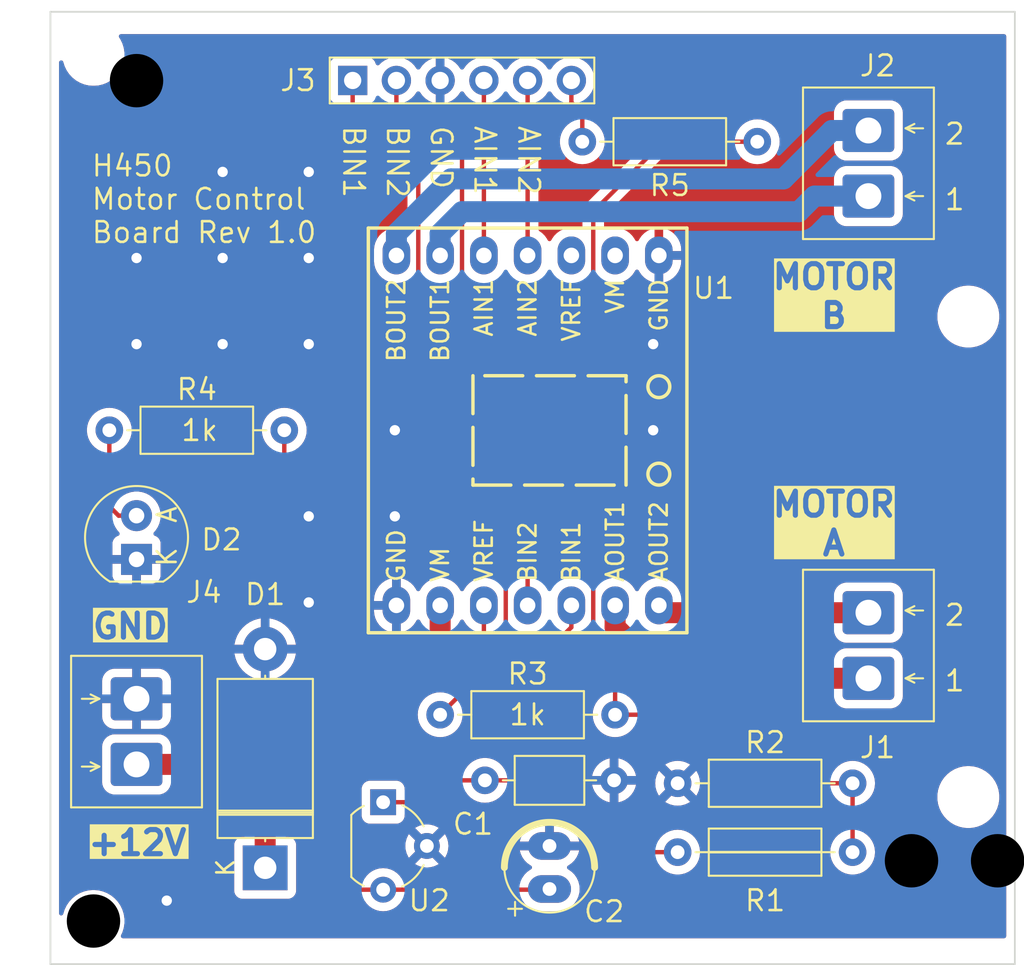
<source format=kicad_pcb>
(kicad_pcb (version 20221018) (generator pcbnew)
  (layers (0 "F.Cu" signal) (31 "B.Cu" signal) (34 "B.Paste" user) (35 "F.Paste" user) (36 "B.SilkS" user "B.Silkscreen") (37 "F.SilkS" user "F.Silkscreen") (38 "B.Mask" user) (39 "F.Mask" user) (44 "Edge.Cuts" user))
  (net 0 "")
  (net 1 "/5V")
  (net 2 "0V")
  (net 3 "VM")
  (net 4 "Net-(D2-A)")
  (net 5 "Net-(J1-Pin_1)")
  (net 6 "Net-(J1-Pin_2)")
  (net 7 "Net-(J2-Pin_1)")
  (net 8 "Net-(J2-Pin_2)")
  (net 9 "/BIN1")
  (net 10 "/BIN2")
  (net 11 "/AIN1")
  (net 12 "/AIN2")
  (net 13 "Net-(R1-Pad1)")
  (net 14 "/VREF")
  (net 17 "Net-(J3-Pin_6)")
  (footprint "Resistor_THT:R_Axial_DIN0207_L6.3mm_D2.5mm_P10.16mm_Horizontal" (layer "F.Cu") (at 68.42 80)
    (fp_text reference "R4" (at 5.08 -2.37) (layer "F.SilkS") (effects (font (size 1.2 1.2))))
    (fp_text value "1k")
    (fp_line (start 1.04 0) (end 1.81 0) (stroke (width 0.12)) (layer "F.SilkS"))
    (fp_line (start 1.81 -1.37) (end 1.81 1.37) (stroke (width 0.12)) (layer "F.SilkS"))
    (fp_line (start 1.81 1.37) (end 8.35 1.37) (stroke (width 0.12)) (layer "F.SilkS"))
    (fp_line (start 8.35 -1.37) (end 1.81 -1.37) (stroke (width 0.12)) (layer "F.SilkS"))
    (fp_line (start 8.35 1.37) (end 8.35 -1.37) (stroke (width 0.12)) (layer "F.SilkS"))
    (fp_line (start 9.12 0) (end 8.35 0) (stroke (width 0.12)) (layer "F.SilkS"))
    (pad "1" thru_hole circle (at 0 0) (size 1.6 1.6) (drill 0.8) (layers "*.Cu" "*.Mask") (net 4 "Net-(D2-A)"))
    (pad "2" thru_hole oval (at 10.16 0) (size 1.6 1.6) (drill 0.8) (layers "*.Cu" "*.Mask") (net 3 "VM"))
  )
  (footprint "User Global Library:TerminalBlock_2way-3.5-3.81mm" (layer "F.Cu") (at 70 97.5 -90)
    (fp_text reference "J4" (at -8.092 -3.914 unlocked) (layer "F.SilkS") (effects (font (size 1.2 1.2))))
    (fp_text value "12V_IN")
    (fp_line (start -4.4 -3.8) (end -4.4 3.8) (stroke (width 0.12)) (layer "F.SilkS"))
    (fp_line (start -4.4 -3.8) (end 4.4 -3.8) (stroke (width 0.12)) (layer "F.SilkS"))
    (fp_line (start -4.4 3.8) (end 4.4 3.8) (stroke (width 0.12)) (layer "F.SilkS"))
    (fp_line (start -1.905 2.159) (end -2.159 2.667) (stroke (width 0.12)) (layer "F.SilkS"))
    (fp_line (start -1.905 2.159) (end -1.651 2.667) (stroke (width 0.12)) (layer "F.SilkS"))
    (fp_line (start -1.905 3.175) (end -1.905 2.159) (stroke (width 0.12)) (layer "F.SilkS"))
    (fp_line (start 2.032 2.159) (end 1.778 2.667) (stroke (width 0.12)) (layer "F.SilkS"))
    (fp_line (start 2.032 2.159) (end 2.286 2.667) (stroke (width 0.12)) (layer "F.SilkS"))
    (fp_line (start 2.032 3.175) (end 2.032 2.159) (stroke (width 0.12)) (layer "F.SilkS"))
    (fp_line (start 4.4 -3.8) (end 4.4 3.8) (stroke (width 0.12)) (layer "F.SilkS"))
    (pad "1" thru_hole roundrect (at -1.905 0 270) (size 2.5 3) (drill 1.5) (layers "*.Cu" "*.Mask") (roundrect_rratio 0.1) (net 2 "0V"))
    (pad "2" thru_hole roundrect (at 1.905 0 270) (size 2.5 3) (drill 1.5) (layers "*.Cu" "*.Mask") (roundrect_rratio 0.1) (net 3 "VM"))
  )
  (footprint "User Global Library:LED_5mm" (layer "F.Cu") (at 70 87.5 90)
    (fp_text reference "D2" (at 1.14 4.93 180) (layer "F.SilkS") (effects (font (size 1.2 1.2))))
    (fp_text value "LED")
    (fp_text user "A" (at 2.032 2.413 90 unlocked) (layer "F.SilkS") (effects (font (size 1.1 1.1)) (justify left bottom)))
    (fp_text user "K" (at -0.508 2.413 90 unlocked) (layer "F.SilkS") (effects (font (size 1.1 1.1)) (justify left bottom)))
    (fp_line (start -1.29 -1.545) (end -1.29 1.545) (stroke (width 0.12)) (layer "F.SilkS"))
    (fp_arc (start -1.29 -1.54483) (mid 2.072002 -2.880433) (end 4.26 0.000462) (stroke (width 0.12)) (layer "F.SilkS"))
    (fp_arc (start 4.26 -0.000462) (mid 2.072002 2.880433) (end -1.29 1.54483) (stroke (width 0.12)) (layer "F.SilkS"))
    (pad "1" thru_hole rect (at 0 0 90) (size 1.8 1.8) (drill 0.9) (layers "*.Cu" "*.Mask") (net 2 "0V"))
    (pad "2" thru_hole circle (at 2.54 0 90) (size 1.8 1.8) (drill 0.9) (layers "*.Cu" "*.Mask") (net 4 "Net-(D2-A)"))
  )
  (footprint "Resistor_THT:R_Axial_DIN0207_L6.3mm_D2.5mm_P10.16mm_Horizontal" (layer "F.Cu") (at 106.045 63.246 180)
    (fp_text reference "R5" (at 5.08 -2.54) (layer "F.SilkS") (effects (font (size 1.2 1.2))))
    (fp_text value "Do Not Fit")
    (fp_line (start 1.04 0) (end 1.81 0) (stroke (width 0.12)) (layer "F.SilkS"))
    (fp_line (start 1.81 -1.37) (end 1.81 1.37) (stroke (width 0.12)) (layer "F.SilkS"))
    (fp_line (start 1.81 1.37) (end 8.35 1.37) (stroke (width 0.12)) (layer "F.SilkS"))
    (fp_line (start 8.35 -1.37) (end 1.81 -1.37) (stroke (width 0.12)) (layer "F.SilkS"))
    (fp_line (start 8.35 1.37) (end 8.35 -1.37) (stroke (width 0.12)) (layer "F.SilkS"))
    (fp_line (start 9.12 0) (end 8.35 0) (stroke (width 0.12)) (layer "F.SilkS"))
    (pad "1" thru_hole circle (at 0 0 180) (size 1.6 1.6) (drill 0.8) (layers "*.Cu" "*.Mask") (net 13 "Net-(R1-Pad1)"))
    (pad "2" thru_hole oval (at 10.16 0 180) (size 1.6 1.6) (drill 0.8) (layers "*.Cu" "*.Mask") (net 17 "Net-(J3-Pin_6)"))
  )
  (footprint "Capacitor_THT:C_Axial_L3.8mm_D2.6mm_P7.50mm_Horizontal" (layer "F.Cu") (at 90.23 100.33)
    (fp_text reference "C1" (at -0.695 2.54) (layer "F.SilkS") (effects (font (size 1.2 1.2))))
    (fp_text value "100n")
    (fp_line (start 1.04 0) (end 1.73 0) (stroke (width 0.12)) (layer "F.SilkS"))
    (fp_line (start 1.73 -1.42) (end 1.73 1.42) (stroke (width 0.12)) (layer "F.SilkS"))
    (fp_line (start 1.73 1.42) (end 5.77 1.42) (stroke (width 0.12)) (layer "F.SilkS"))
    (fp_line (start 5.77 -1.42) (end 1.73 -1.42) (stroke (width 0.12)) (layer "F.SilkS"))
    (fp_line (start 5.77 1.42) (end 5.77 -1.42) (stroke (width 0.12)) (layer "F.SilkS"))
    (fp_line (start 6.46 0) (end 5.77 0) (stroke (width 0.12)) (layer "F.SilkS"))
    (pad "1" thru_hole circle (at 0 0) (size 1.6 1.6) (drill 0.8) (layers "*.Cu" "*.Mask") (net 1 "/5V"))
    (pad "2" thru_hole oval (at 7.5 0) (size 1.6 1.6) (drill 0.8) (layers "*.Cu" "*.Mask") (net 2 "0V"))
  )
  (footprint "Resistor_THT:R_Axial_DIN0207_L6.3mm_D2.5mm_P10.16mm_Horizontal" (layer "F.Cu") (at 101.42 100.5)
    (fp_text reference "R2" (at 5.08 -2.37) (layer "F.SilkS") (effects (font (size 1.2 1.2))))
    (fp_text value "Do Not Fit")
    (fp_line (start 1.04 0) (end 1.81 0) (stroke (width 0.12)) (layer "F.SilkS"))
    (fp_line (start 1.81 -1.37) (end 1.81 1.37) (stroke (width 0.12)) (layer "F.SilkS"))
    (fp_line (start 1.81 1.37) (end 8.35 1.37) (stroke (width 0.12)) (layer "F.SilkS"))
    (fp_line (start 8.35 -1.37) (end 1.81 -1.37) (stroke (width 0.12)) (layer "F.SilkS"))
    (fp_line (start 8.35 1.37) (end 8.35 -1.37) (stroke (width 0.12)) (layer "F.SilkS"))
    (fp_line (start 9.12 0) (end 8.35 0) (stroke (width 0.12)) (layer "F.SilkS"))
    (pad "1" thru_hole circle (at 0 0) (size 1.6 1.6) (drill 0.8) (layers "*.Cu" "*.Mask") (net 2 "0V"))
    (pad "2" thru_hole oval (at 10.16 0) (size 1.6 1.6) (drill 0.8) (layers "*.Cu" "*.Mask") (net 13 "Net-(R1-Pad1)"))
  )
  (footprint "User Global Library:CP_Radial_D5.0mm_P2.50mm" (layer "F.Cu") (at 93.98 105.39 90)
    (fp_text reference "C2" (at -2.56 3.175 180) (layer "F.SilkS") (effects (font (size 1.2 1.2))))
    (fp_text value "2.2u")
    (fp_line (start -2.8 -2) (end -2 -2) (stroke (width 0.12)) (layer "F.SilkS"))
    (fp_line (start -2.4 -2.4) (end -2.4 -1.6) (stroke (width 0.12)) (layer "F.SilkS"))
    (fp_arc (start 0 -2.62) (mid 2.62 0) (end 0 2.62) (stroke (width 0.4)) (layer "F.SilkS"))
    (fp_circle (center 0 0) (end 2.62 0) (stroke (width 0.12)) (fill none) (layer "F.SilkS"))
    (pad "1" thru_hole oval (at -1.25 0 90) (size 1.6 2.5) (drill 0.8) (layers "*.Cu" "*.Mask") (net 3 "VM"))
    (pad "2" thru_hole oval (at 1.25 0 90) (size 1.6 2.5) (drill 0.8) (layers "*.Cu" "*.Mask") (net 2 "0V"))
  )
  (footprint "User Global Library:HOLE_BARE_3.1mm" (layer "F.Cu") (at 70 59.7)
    (fp_text reference "H2" hide)
    (fp_text value "M3 Hole" hide)
    (pad "" np_thru_hole circle (at 0 0) (size 3.1 3.1) (drill 3.1) (layers "*.Mask"))
  )
  (footprint "Resistor_THT:R_Axial_DIN0207_L6.3mm_D2.5mm_P10.16mm_Horizontal" (layer "F.Cu") (at 87.63 96.52)
    (fp_text reference "R3" (at 5.08 -2.37) (layer "F.SilkS") (effects (font (size 1.2 1.2))))
    (fp_text value "1k")
    (fp_line (start 1.04 0) (end 1.81 0) (stroke (width 0.12)) (layer "F.SilkS"))
    (fp_line (start 1.81 -1.37) (end 1.81 1.37) (stroke (width 0.12)) (layer "F.SilkS"))
    (fp_line (start 1.81 1.37) (end 8.35 1.37) (stroke (width 0.12)) (layer "F.SilkS"))
    (fp_line (start 8.35 -1.37) (end 1.81 -1.37) (stroke (width 0.12)) (layer "F.SilkS"))
    (fp_line (start 8.35 1.37) (end 8.35 -1.37) (stroke (width 0.12)) (layer "F.SilkS"))
    (fp_line (start 9.12 0) (end 8.35 0) (stroke (width 0.12)) (layer "F.SilkS"))
    (pad "1" thru_hole circle (at 0 0) (size 1.6 1.6) (drill 0.8) (layers "*.Cu" "*.Mask") (net 14 "/VREF"))
    (pad "2" thru_hole oval (at 10.16 0) (size 1.6 1.6) (drill 0.8) (layers "*.Cu" "*.Mask") (net 13 "Net-(R1-Pad1)"))
  )
  (footprint "User Global Library:HOLE_BARE_3.1mm" (layer "F.Cu") (at 115 105)
    (fp_text reference "H3" hide)
    (fp_text value "M3 Hole" hide)
    (pad "" np_thru_hole circle (at 0 0) (size 3.1 3.1) (drill 3.1) (layers "*.Mask"))
  )
  (footprint "User Global Library:TerminalBlock_2way-3.5-3.81mm" (layer "F.Cu") (at 112.5 92.5 90)
    (fp_text reference "J1" (at -5.925 0.53 unlocked) (layer "F.SilkS") (effects (font (size 1.2 1.2))))
    (fp_text value "MOTOR_A")
    (fp_line (start -4.4 -3.8) (end -4.4 3.8) (stroke (width 0.12)) (layer "F.SilkS"))
    (fp_line (start -4.4 -3.8) (end 4.4 -3.8) (stroke (width 0.12)) (layer "F.SilkS"))
    (fp_line (start -4.4 3.8) (end 4.4 3.8) (stroke (width 0.12)) (layer "F.SilkS"))
    (fp_line (start -1.905 2.159) (end -2.159 2.667) (stroke (width 0.12)) (layer "F.SilkS"))
    (fp_line (start -1.905 2.159) (end -1.651 2.667) (stroke (width 0.12)) (layer "F.SilkS"))
    (fp_line (start -1.905 3.175) (end -1.905 2.159) (stroke (width 0.12)) (layer "F.SilkS"))
    (fp_line (start 2.032 2.159) (end 1.778 2.667) (stroke (width 0.12)) (layer "F.SilkS"))
    (fp_line (start 2.032 2.159) (end 2.286 2.667) (stroke (width 0.12)) (layer "F.SilkS"))
    (fp_line (start 2.032 3.175) (end 2.032 2.159) (stroke (width 0.12)) (layer "F.SilkS"))
    (fp_line (start 4.4 -3.8) (end 4.4 3.8) (stroke (width 0.12)) (layer "F.SilkS"))
    (pad "1" thru_hole roundrect (at -1.905 0 90) (size 2.5 3) (drill 1.5) (layers "*.Cu" "*.Mask") (roundrect_rratio 0.1) (net 5 "Net-(J1-Pin_1)"))
    (pad "2" thru_hole roundrect (at 1.905 0 90) (size 2.5 3) (drill 1.5) (layers "*.Cu" "*.Mask") (roundrect_rratio 0.1) (net 6 "Net-(J1-Pin_2)"))
  )
  (footprint "User Global Library:HOLE_BARE_3.1mm" (layer "F.Cu") (at 67.5 108.5)
    (fp_text reference "H1" hide)
    (fp_text value "M3 Hole" hide)
    (pad "" np_thru_hole circle (at 0 0) (size 3.1 3.1) (drill 3.1) (layers "*.Mask"))
  )
  (footprint "Diode_THT:D_DO-201AE_P12.70mm_Horizontal" (layer "F.Cu") (at 77.47 105.41 90)
    (fp_text reference "D1" (at 15.875 0 180) (layer "F.SilkS") (effects (font (size 1.2 1.2))))
    (fp_text value "1N5355")
    (fp_text user "K" (at 0 -2.3 90) (layer "F.SilkS"))
    (fp_line (start 1.54 0) (end 1.73 0) (stroke (width 0.12)) (layer "F.SilkS"))
    (fp_line (start 1.73 -2.77) (end 1.73 2.77) (stroke (width 0.12)) (layer "F.SilkS"))
    (fp_line (start 1.73 2.77) (end 10.97 2.77) (stroke (width 0.12)) (layer "F.SilkS"))
    (fp_line (start 3.08 -2.77) (end 3.08 2.77) (stroke (width 0.12)) (layer "F.SilkS"))
    (fp_line (start 3.2 -2.77) (end 3.2 2.77) (stroke (width 0.12)) (layer "F.SilkS"))
    (fp_line (start 3.32 -2.77) (end 3.32 2.77) (stroke (width 0.12)) (layer "F.SilkS"))
    (fp_line (start 10.97 -2.77) (end 1.73 -2.77) (stroke (width 0.12)) (layer "F.SilkS"))
    (fp_line (start 10.97 2.77) (end 10.97 -2.77) (stroke (width 0.12)) (layer "F.SilkS"))
    (fp_line (start 11.16 0) (end 10.97 0) (stroke (width 0.12)) (layer "F.SilkS"))
    (pad "1" thru_hole rect (at 0 0 90) (size 2.6 2.6) (drill 1.3) (layers "*.Cu" "*.Mask") (net 3 "VM"))
    (pad "2" thru_hole oval (at 12.7 0 90) (size 2.6 2.6) (drill 1.3) (layers "*.Cu" "*.Mask") (net 2 "0V"))
  )
  (footprint "Resistor_THT:R_Axial_DIN0207_L6.3mm_D2.5mm_P10.16mm_Horizontal" (layer "F.Cu") (at 111.58 104.5 180)
    (fp_text reference "R1" (at 5.08 -2.815) (layer "F.SilkS") (effects (font (size 1.2 1.2))))
    (fp_text value "Wire Link")
    (fp_line (start 1.04 0) (end 1.81 0) (stroke (width 0.12)) (layer "F.SilkS"))
    (fp_line (start 1.81 -1.37) (end 1.81 1.37) (stroke (width 0.12)) (layer "F.SilkS"))
    (fp_line (start 1.81 1.37) (end 8.35 1.37) (stroke (width 0.12)) (layer "F.SilkS"))
    (fp_line (start 8.35 -1.37) (end 1.81 -1.37) (stroke (width 0.12)) (layer "F.SilkS"))
    (fp_line (start 8.35 1.37) (end 8.35 -1.37) (stroke (width 0.12)) (layer "F.SilkS"))
    (fp_line (start 9.12 0) (end 8.35 0) (stroke (width 0.12)) (layer "F.SilkS"))
    (pad "1" thru_hole circle (at 0 0 180) (size 1.6 1.6) (drill 0.8) (layers "*.Cu" "*.Mask") (net 13 "Net-(R1-Pad1)"))
    (pad "2" thru_hole oval (at 10.16 0 180) (size 1.6 1.6) (drill 0.8) (layers "*.Cu" "*.Mask") (net 1 "/5V"))
  )
  (footprint "User Global Library:H450-module" (layer "F.Cu") (at 92.71 80.01 90)
    (fp_text reference "U1" (at 8.255 10.795 unlocked) (layer "F.SilkS") (effects (font (size 1.2 1.2))))
    (fp_text value "H450_module")
    (fp_text user "GND" (at -8.89 -7.62 90 unlocked) (layer "F.SilkS") (effects (justify left)))
    (fp_text user "BIN2" (at -8.89 0 90 unlocked) (layer "F.SilkS") (effects (justify left)))
    (fp_text user "GND" (at 8.89 7.62 90 unlocked) (layer "F.SilkS") (effects (justify right)))
    (fp_text user "BIN1" (at -8.89 2.54 90 unlocked) (layer "F.SilkS") (effects (justify left)))
    (fp_text user "VM" (at -8.89 -5.08 90 unlocked) (layer "F.SilkS") (effects (justify left)))
    (fp_text user "BOUT1" (at 8.89 -5.08 90 unlocked) (layer "F.SilkS") (effects (justify right)))
    (fp_text user "VREF" (at -8.89 -2.54 90 unlocked) (layer "F.SilkS") (effects (justify left)))
    (fp_text user "AOUT1" (at -8.89 5.08 90 unlocked) (layer "F.SilkS") (effects (justify left)))
    (fp_text user "AOUT2" (at -8.89 7.62 90 unlocked) (layer "F.SilkS") (effects (justify left)))
    (fp_text user "VREF" (at 8.89 2.54 90 unlocked) (layer "F.SilkS") (effects (justify right)))
    (fp_text user "VM" (at 8.89 5.08 90 unlocked) (layer "F.SilkS") (effects (justify right)))
    (fp_text user "AIN1" (at 8.89 -2.54 90 unlocked) (layer "F.SilkS") (effects (justify right)))
    (fp_text user "AIN2" (at 8.89 0 90 unlocked) (layer "F.SilkS") (effects (justify right)))
    (fp_text user "BOUT2" (at 8.89 -7.62 90 unlocked) (layer "F.SilkS") (effects (justify right)))
    (fp_line (start -11.75 -9.25) (end -11.75 9.25) (stroke (width 0.2)) (layer "F.SilkS"))
    (fp_line (start -11.75 -9.25) (end 11.75 -9.25) (stroke (width 0.2)) (layer "F.SilkS"))
    (fp_line (start -11.75 9.25) (end 11.75 9.25) (stroke (width 0.2)) (layer "F.SilkS"))
    (fp_line (start 11.75 -9.25) (end 11.75 9.25) (stroke (width 0.2)) (layer "F.SilkS"))
    (fp_rect (start -3.175 -3.175) (end 3.175 5.715) (stroke (width 0.2) (type dash)) (fill none) (layer "F.SilkS"))
    (fp_circle (center -2.54 7.62) (end -1.905 7.62) (stroke (width 0.2)) (fill none) (layer "F.SilkS"))
    (fp_circle (center 2.54 7.62) (end 3.175 7.62) (stroke (width 0.2)) (fill none) (layer "F.SilkS"))
    (pad "1" thru_hole oval (at 10.16 7.62 90) (size 2.2 1.6) (drill 0.9) (layers "*.Cu" "*.Mask") (net 2 "0V"))
    (pad "2" thru_hole oval (at 10.16 5.08 90) (size 2.2 1.6) (drill 0.9) (layers "*.Cu" "*.Mask"))
    (pad "3" thru_hole oval (at 10.16 2.54 90) (size 2.2 1.6) (drill 0.9) (layers "*.Cu" "*.Mask"))
    (pad "4" thru_hole oval (at 10.16 0 90) (size 2.2 1.6) (drill 0.9) (layers "*.Cu" "*.Mask") (net 12 "/AIN2"))
    (pad "5" thru_hole oval (at 10.16 -2.54 90) (size 2.2 1.6) (drill 0.9) (layers "*.Cu" "*.Mask") (net 11 "/AIN1"))
    (pad "6" thru_hole oval (at 10.16 -5.08 90) (size 2.2 1.6) (drill 0.9) (layers "*.Cu" "*.Mask") (net 7 "Net-(J2-Pin_1)"))
    (pad "7" thru_hole oval (at 10.16 -7.62 90) (size 2.2 1.6) (drill 0.9) (layers "*.Cu" "*.Mask") (net 8 "Net-(J2-Pin_2)"))
    (pad "8" thru_hole oval (at -10.16 -7.62 270) (size 2.2 1.6) (drill 0.9) (layers "*.Cu" "*.Mask") (net 2 "0V"))
    (pad "9" thru_hole oval (at -10.16 -5.08 270) (size 2.2 1.6) (drill 0.9) (layers "*.Cu" "*.Mask") (net 3 "VM"))
    (pad "10" thru_hole oval (at -10.16 -2.54 270) (size 2.2 1.6) (drill 0.9) (layers "*.Cu" "*.Mask") (net 14 "/VREF"))
    (pad "11" thru_hole oval (at -10.16 0 270) (size 2.2 1.6) (drill 0.9) (layers "*.Cu" "*.Mask") (net 10 "/BIN2"))
    (pad "12" thru_hole oval (at -10.16 2.54 270) (size 2.2 1.6) (drill 0.9) (layers "*.Cu" "*.Mask") (net 9 "/BIN1"))
    (pad "13" thru_hole oval (at -10.16 5.08 270) (size 2.2 1.6) (drill 0.9) (layers "*.Cu" "*.Mask") (net 5 "Net-(J1-Pin_1)"))
    (pad "14" thru_hole oval (at -10.16 7.62 270) (size 2.2 1.6) (drill 0.9) (layers "*.Cu" "*.Mask") (net 6 "Net-(J1-Pin_2)"))
  )
  (footprint "User Global Library:TerminalBlock_2way-3.5-3.81mm" (layer "F.Cu") (at 112.5 64.5 90)
    (fp_text reference "J2" (at 5.665 0.53 unlocked) (layer "F.SilkS") (effects (font (size 1.2 1.2))))
    (fp_text value "MOTOR_B")
    (fp_line (start -4.4 -3.8) (end -4.4 3.8) (stroke (width 0.12)) (layer "F.SilkS"))
    (fp_line (start -4.4 -3.8) (end 4.4 -3.8) (stroke (width 0.12)) (layer "F.SilkS"))
    (fp_line (start -4.4 3.8) (end 4.4 3.8) (stroke (width 0.12)) (layer "F.SilkS"))
    (fp_line (start -1.905 2.159) (end -2.159 2.667) (stroke (width 0.12)) (layer "F.SilkS"))
    (fp_line (start -1.905 2.159) (end -1.651 2.667) (stroke (width 0.12)) (layer "F.SilkS"))
    (fp_line (start -1.905 3.175) (end -1.905 2.159) (stroke (width 0.12)) (layer "F.SilkS"))
    (fp_line (start 2.032 2.159) (end 1.778 2.667) (stroke (width 0.12)) (layer "F.SilkS"))
    (fp_line (start 2.032 2.159) (end 2.286 2.667) (stroke (width 0.12)) (layer "F.SilkS"))
    (fp_line (start 2.032 3.175) (end 2.032 2.159) (stroke (width 0.12)) (layer "F.SilkS"))
    (fp_line (start 4.4 -3.8) (end 4.4 3.8) (stroke (width 0.12)) (layer "F.SilkS"))
    (pad "1" thru_hole roundrect (at -1.905 0 90) (size 2.5 3) (drill 1.5) (layers "*.Cu" "*.Mask") (roundrect_rratio 0.1) (net 7 "Net-(J2-Pin_1)"))
    (pad "2" thru_hole roundrect (at 1.905 0 90) (size 2.5 3) (drill 1.5) (layers "*.Cu" "*.Mask") (roundrect_rratio 0.1) (net 8 "Net-(J2-Pin_2)"))
  )
  (footprint "User Global Library:PinHeader_1x06_P2.54mm_Vertical" (layer "F.Cu") (at 82.55 59.69 90)
    (fp_text reference "J3" (at 0 -3.175 180) (layer "F.SilkS") (effects (font (size 1.2 1.2))))
    (fp_text value "Conn_01x06")
    (fp_line (start -1.33 -1.33) (end -1.33 14.03) (stroke (width 0.12)) (layer "F.SilkS"))
    (fp_line (start -1.33 -1.33) (end 1.33 -1.33) (stroke (width 0.12)) (layer "F.SilkS"))
    (fp_line (start -1.33 14.03) (end 1.33 14.03) (stroke (width 0.12)) (layer "F.SilkS"))
    (fp_line (start 1.33 -1.33) (end 1.33 14.03) (stroke (width 0.12)) (layer "F.SilkS"))
    (pad "1" thru_hole rect (at 0 0 90) (size 1.7 1.7) (drill 1) (layers "*.Cu" "*.Mask") (net 9 "/BIN1"))
    (pad "2" thru_hole oval (at 0 2.54 90) (size 1.7 1.7) (drill 1) (layers "*.Cu" "*.Mask") (net 10 "/BIN2"))
    (pad "3" thru_hole oval (at 0 5.08 90) (size 1.7 1.7) (drill 1) (layers "*.Cu" "*.Mask") (net 2 "0V"))
    (pad "4" thru_hole oval (at 0 7.62 90) (size 1.7 1.7) (drill 1) (layers "*.Cu" "*.Mask") (net 11 "/AIN1"))
    (pad "5" thru_hole oval (at 0 10.16 90) (size 1.7 1.7) (drill 1) (layers "*.Cu" "*.Mask") (net 12 "/AIN2"))
    (pad "6" thru_hole oval (at 0 12.7 90) (size 1.7 1.7) (drill 1) (layers "*.Cu" "*.Mask") (net 17 "Net-(J3-Pin_6)"))
  )
  (footprint "User Global Library:HOLE_BARE_3.1mm" (layer "F.Cu") (at 120 105)
    (fp_text reference "H4" hide)
    (fp_text value "M3 Hole" hide)
    (pad "" np_thru_hole circle (at 0 0) (size 3.1 3.1) (drill 3.1) (layers "*.Mask"))
  )
  (footprint "Package_TO_SOT_THT:TO-92_Wide" (layer "F.Cu") (at 84.32 101.6 -90)
    (fp_text reference "U2" (at 5.715 -2.675 -180) (layer "F.SilkS") (effects (font (size 1.2 1.2))))
    (fp_text value "LM78L05_TO92")
    (fp_line (start 0.74 1.85) (end 4.34 1.85) (stroke (width 0.12)) (layer "F.SilkS"))
    (fp_arc (start 0.172801 -1.103842) (mid 0.678995 -1.832692) (end 1.4 -2.35) (stroke (width 0.12)) (layer "F.SilkS"))
    (fp_arc (start 0.74 1.85) (mid 0.446097 1.509328) (end 0.215816 1.122795) (stroke (width 0.12)) (layer "F.SilkS"))
    (fp_arc (start 3.65 -2.35) (mid 4.382279 -1.833196) (end 4.895458 -1.098371) (stroke (width 0.12)) (layer "F.SilkS"))
    (fp_arc (start 4.864184 1.122795) (mid 4.633903 1.509328) (end 4.34 1.85) (stroke (width 0.12)) (layer "F.SilkS"))
    (pad "1" thru_hole rect (at 0 0 270) (size 1.5 1.5) (drill 0.8) (layers "*.Cu" "*.Mask") (net 1 "/5V"))
    (pad "2" thru_hole circle (at 2.54 -2.54 270) (size 1.5 1.5) (drill 0.8) (layers "*.Cu" "*.Mask") (net 2 "0V"))
    (pad "3" thru_hole circle (at 5.08 0 270) (size 1.5 1.5) (drill 0.8) (layers "*.Cu" "*.Mask") (net 3 "VM"))
  )
  (gr_line (start 103.23 104.5) (end 109.77 104.5) (stroke (width 0.15)) (layer "F.SilkS"))
  (gr_line (start 65 55.7) (end 65 111) (stroke (width 0.1)) (layer "Edge.Cuts"))
  (gr_line (start 121 55.7) (end 121 111) (stroke (width 0.1)) (layer "Edge.Cuts"))
  (gr_line (start 65 55.7) (end 121 55.7) (stroke (width 0.1)) (layer "Edge.Cuts"))
  (gr_line (start 65 111) (end 121 111) (stroke (width 0.1)) (layer "Edge.Cuts"))
  (gr_text "2" (at 116.84 91.44) (layer "F.SilkS") (effects (font (size 1.2 1.2)) (justify left bottom)))
  (gr_text "AIN2" (at 92.075 62.23 270) (layer "F.SilkS") (effects (font (size 1.2 1.2)) (justify left bottom)))
  (gr_text "AIN1" (at 89.535 62.23 270) (layer "F.SilkS") (effects (font (size 1.2 1.2)) (justify left bottom)))
  (gr_text "1" (at 116.84 95.25) (layer "F.SilkS") (effects (font (size 1.2 1.2)) (justify left bottom)))
  (gr_text "GND" (at 67.31 92.202) (layer "F.SilkS" knockout) (effects (font (size 1.4 1.4) (thickness 0.3) bold) (justify left bottom)))
  (gr_text "H450\nMotor Control\nBoard Rev 1.0" (at 67.31 69.215) (layer "F.SilkS") (effects (font (size 1.2 1.2)) (justify left bottom)))
  (gr_text "1" (at 116.84 67.31) (layer "F.SilkS") (effects (font (size 1.2 1.2)) (justify left bottom)))
  (gr_text "1k" (at 92.71 96.52) (layer "F.SilkS") (effects (font (size 1.2 1.2))))
  (gr_text "MOTOR\nA" (at 110.49 87.376) (layer "F.SilkS" knockout) (effects (font (size 1.4 1.4) (thickness 0.3) bold) (justify bottom)))
  (gr_text "2" (at 116.84 63.5) (layer "F.SilkS") (effects (font (size 1.2 1.2)) (justify left bottom)))
  (gr_text "1k" (at 73.66 80.01) (layer "F.SilkS") (effects (font (size 1.2 1.2))))
  (gr_text "GND" (at 86.995 62.23 270) (layer "F.SilkS") (effects (font (size 1.2 1.2)) (justify left bottom)))
  (gr_text "BIN1" (at 81.915 62.23 -90) (layer "F.SilkS") (effects (font (size 1.2 1.2)) (justify left bottom)))
  (gr_text "+12V" (at 67.056 104.775) (layer "F.SilkS" knockout) (effects (font (size 1.4 1.4) (thickness 0.3) bold) (justify left bottom)))
  (gr_text "MOTOR\nB" (at 110.49 74.168) (layer "F.SilkS" knockout) (effects (font (size 1.4 1.4) (thickness 0.3) bold) (justify bottom)))
  (gr_text "BIN2" (at 84.455 62.23 270) (layer "F.SilkS") (effects (font (size 1.2 1.2)) (justify left bottom)))
  (segment (start 101.42 104.5) (end 98.5 104.5) (width 0.254) (layer "F.Cu") (net 1))
  (segment (start 88.67 100.33) (end 90.23 100.33) (width 0.254) (layer "F.Cu") (net 1))
  (segment (start 84.32 101.6) (end 87.4 101.6) (width 0.254) (layer "F.Cu") (net 1))
  (segment (start 87.4 101.6) (end 88.67 100.33) (width 0.254) (layer "F.Cu") (net 1))
  (segment (start 98.5 104.5) (end 94.33 100.33) (width 0.254) (layer "F.Cu") (net 1))
  (segment (start 94.33 100.33) (end 90.23 100.33) (width 0.254) (layer "F.Cu") (net 1))
  (via (at 100 75) (size 0.9048) (drill 0.6) (layers "F.Cu" "B.Cu") (net 2))
  (via (at 70 75) (size 0.9048) (drill 0.6) (layers "F.Cu" "B.Cu") (net 2))
  (via (at 115 105) (size 0.9048) (drill 0.6) (layers "F.Cu" "B.Cu") (net 2))
  (via (at 75 70) (size 0.9048) (drill 0.6) (layers "F.Cu" "B.Cu") (net 2))
  (via (at 80 65) (size 0.9048) (drill 0.6) (layers "F.Cu" "B.Cu") (net 2))
  (via (at 100 80) (size 0.9048) (drill 0.6) (layers "F.Cu" "B.Cu") (net 2))
  (via (at 71.755 107.315) (size 0.9048) (drill 0.6) (layers "F.Cu" "B.Cu") (net 2))
  (via (at 80 85) (size 0.9048) (drill 0.6) (layers "F.Cu" "B.Cu") (net 2))
  (via (at 85 85) (size 0.9048) (drill 0.6) (layers "F.Cu" "B.Cu") (net 2))
  (via (at 75 75) (size 0.9048) (drill 0.6) (layers "F.Cu" "B.Cu") (net 2))
  (via (at 70 70) (size 0.9048) (drill 0.6) (layers "F.Cu" "B.Cu") (net 2))
  (via (at 75 65) (size 0.9048) (drill 0.6) (layers "F.Cu" "B.Cu") (net 2))
  (via (at 80 70) (size 0.9048) (drill 0.6) (layers "F.Cu" "B.Cu") (net 2))
  (via (at 85 80) (size 0.9048) (drill 0.6) (layers "F.Cu" "B.Cu") (net 2))
  (via (at 80 90) (size 0.9048) (drill 0.6) (layers "F.Cu" "B.Cu") (net 2))
  (via (at 80 75) (size 0.9048) (drill 0.6) (layers "F.Cu" "B.Cu") (net 2))
  (segment (start 77.47 99.435) (end 77.5 99.405) (width 1.2192) (layer "F.Cu") (net 3))
  (segment (start 78.58 80) (end 78.58 82.92) (width 0.254) (layer "F.Cu") (net 3))
  (segment (start 81.5 105.5) (end 81.5 103.5) (width 0.254) (layer "F.Cu") (net 3))
  (segment (start 80.5 102.5) (end 77.47 102.5) (width 0.254) (layer "F.Cu") (net 3))
  (segment (start 74 87.5) (end 74 99.405) (width 0.254) (layer "F.Cu") (net 3))
  (segment (start 81.5 103.5) (end 80.5 102.5) (width 0.254) (layer "F.Cu") (net 3))
  (segment (start 84.32 106.68) (end 82.68 106.68) (width 0.254) (layer "F.Cu") (net 3))
  (segment (start 77.47 102.5) (end 77.47 99.435) (width 1.2192) (layer "F.Cu") (net 3))
  (segment (start 84.32 106.68) (end 93.94 106.68) (width 0.254) (layer "F.Cu") (net 3))
  (segment (start 93.94 106.68) (end 93.98 106.64) (width 0.254) (layer "F.Cu") (net 3))
  (segment (start 80.595 99.405) (end 87.63 92.37) (width 1.2192) (layer "F.Cu") (net 3))
  (segment (start 77.5 99.405) (end 80.595 99.405) (width 1.2192) (layer "F.Cu") (net 3))
  (segment (start 77.47 105.41) (end 77.47 102.5) (width 1.2192) (layer "F.Cu") (net 3))
  (segment (start 74 99.405) (end 77.5 99.405) (width 1.2192) (layer "F.Cu") (net 3))
  (segment (start 82.68 106.68) (end 81.5 105.5) (width 0.254) (layer "F.Cu") (net 3))
  (segment (start 87.63 92.37) (end 87.63 90.17) (width 1.2192) (layer "F.Cu") (net 3))
  (segment (start 70 99.405) (end 74 99.405) (width 1.2192) (layer "F.Cu") (net 3))
  (segment (start 78.58 82.92) (end 74 87.5) (width 0.254) (layer "F.Cu") (net 3))
  (segment (start 70 84.96) (end 68.96 84.96) (width 0.254) (layer "F.Cu") (net 4))
  (segment (start 68.96 84.96) (end 68.42 84.42) (width 0.254) (layer "F.Cu") (net 4))
  (segment (start 68.42 84.42) (end 68.42 80) (width 0.254) (layer "F.Cu") (net 4))
  (segment (start 97.79 90.17) (end 97.79 91.44) (width 1.2192) (layer "F.Cu") (net 5))
  (segment (start 100.755 94.405) (end 112.5 94.405) (width 1.2192) (layer "F.Cu") (net 5))
  (segment (start 97.79 91.44) (end 100.755 94.405) (width 1.2192) (layer "F.Cu") (net 5))
  (segment (start 112.5 90.595) (end 100.755 90.595) (width 1.2192) (layer "F.Cu") (net 6))
  (segment (start 100.755 90.595) (end 100.33 90.17) (width 1.2192) (layer "F.Cu") (net 6))
  (segment (start 88.9 67.31) (end 108.458 67.31) (width 1.2192) (layer "B.Cu") (net 7))
  (segment (start 87.63 69.85) (end 87.63 68.58) (width 1.2192) (layer "B.Cu") (net 7))
  (segment (start 109.363 66.405) (end 112.5 66.405) (width 1.2192) (layer "B.Cu") (net 7))
  (segment (start 87.63 68.58) (end 88.9 67.31) (width 1.2192) (layer "B.Cu") (net 7))
  (segment (start 108.458 67.31) (end 109.363 66.405) (width 1.2192) (layer "B.Cu") (net 7))
  (segment (start 110.379 62.595) (end 112.5 62.595) (width 1.2192) (layer "B.Cu") (net 8))
  (segment (start 88.265 65.405) (end 107.569 65.405) (width 1.2192) (layer "B.Cu") (net 8))
  (segment (start 107.569 65.405) (end 110.379 62.595) (width 1.2192) (layer "B.Cu") (net 8))
  (segment (start 85.09 69.85) (end 85.09 68.58) (width 1.2192) (layer "B.Cu") (net 8))
  (segment (start 85.09 68.58) (end 88.265 65.405) (width 1.2192) (layer "B.Cu") (net 8))
  (segment (start 86.36 71.755) (end 87.63 73.025) (width 0.254) (layer "F.Cu") (net 9))
  (segment (start 94.615 92.075) (end 95.25 91.44) (width 0.254) (layer "F.Cu") (net 9))
  (segment (start 85.09 62.865) (end 86.36 64.135) (width 0.254) (layer "F.Cu") (net 9))
  (segment (start 91.44 78.74) (end 91.44 91.44) (width 0.254) (layer "F.Cu") (net 9))
  (segment (start 95.25 91.44) (end 95.25 90.17) (width 0.254) (layer "F.Cu") (net 9))
  (segment (start 92.075 92.075) (end 94.615 92.075) (width 0.254) (layer "F.Cu") (net 9))
  (segment (start 82.55 60.325) (end 82.55 61.595) (width 0.254) (layer "F.Cu") (net 9))
  (segment (start 83.82 62.865) (end 85.09 62.865) (width 0.254) (layer "F.Cu") (net 9))
  (segment (start 86.36 64.135) (end 86.36 71.755) (width 0.254) (layer "F.Cu") (net 9))
  (segment (start 91.44 91.44) (end 92.075 92.075) (width 0.254) (layer "F.Cu") (net 9))
  (segment (start 87.63 73.025) (end 87.63 74.93) (width 0.254) (layer "F.Cu") (net 9))
  (segment (start 87.63 74.93) (end 91.44 78.74) (width 0.254) (layer "F.Cu") (net 9))
  (segment (start 82.55 61.595) (end 83.82 62.865) (width 0.254) (layer "F.Cu") (net 9))
  (segment (start 85.09 60.325) (end 85.09 61.595) (width 0.254) (layer "F.Cu") (net 10))
  (segment (start 85.725 62.23) (end 88.265 62.23) (width 0.254) (layer "F.Cu") (net 10))
  (segment (start 85.09 61.595) (end 85.725 62.23) (width 0.254) (layer "F.Cu") (net 10))
  (segment (start 88.9 74.93) (end 92.71 78.74) (width 0.254) (layer "F.Cu") (net 10))
  (segment (start 92.71 78.74) (end 92.71 90.17) (width 0.254) (layer "F.Cu") (net 10))
  (segment (start 88.265 62.23) (end 88.9 62.865) (width 0.254) (layer "F.Cu") (net 10))
  (segment (start 88.9 62.865) (end 88.9 74.93) (width 0.254) (layer "F.Cu") (net 10))
  (segment (start 90.17 60.325) (end 90.17 69.85) (width 0.254) (layer "F.Cu") (net 11))
  (segment (start 92.71 60.325) (end 92.71 69.85) (width 0.254) (layer "F.Cu") (net 12))
  (segment (start 96.52 67.31) (end 100.584 63.246) (width 0.254) (layer "F.Cu") (net 13))
  (segment (start 111.58 104.5) (end 111.58 100.5) (width 0.254) (layer "F.Cu") (net 13))
  (segment (start 105 100.5) (end 111.58 100.5) (width 0.254) (layer "F.Cu") (net 13))
  (segment (start 96.52 92.075) (end 96.52 67.31) (width 0.254) (layer "F.Cu") (net 13))
  (segment (start 97.79 96.52) (end 97.79 93.345) (width 0.254) (layer "F.Cu") (net 13))
  (segment (start 100.584 63.246) (end 106.045 63.246) (width 0.254) (layer "F.Cu") (net 13))
  (segment (start 97.79 93.345) (end 96.52 92.075) (width 0.254) (layer "F.Cu") (net 13))
  (segment (start 101.02 96.52) (end 105 100.5) (width 0.254) (layer "F.Cu") (net 13))
  (segment (start 97.79 96.52) (end 101.02 96.52) (width 0.254) (layer "F.Cu") (net 13))
  (segment (start 90.17 93.98) (end 90.17 90.17) (width 0.254) (layer "F.Cu") (net 14))
  (segment (start 87.63 96.52) (end 90.17 93.98) (width 0.254) (layer "F.Cu") (net 14))
  (segment (start 95.25 59.69) (end 95.25 60.96) (width 0.254) (layer "F.Cu") (net 17))
  (segment (start 95.885 61.595) (end 95.885 63.246) (width 0.254) (layer "F.Cu") (net 17))
  (segment (start 95.25 60.96) (end 95.885 61.595) (width 0.254) (layer "F.Cu") (net 17))
  (zone (net 2) (net_name "0V") (layers "F&B.Cu") (connect_pads (clearance 0.5)) (min_thickness 0.25) (fill yes (thermal_gap 0.5) (thermal_bridge_width 0.5))
    (polygon (pts (xy 65.5 109.5) (xy 120.5 109.5) (xy 120.5 57) (xy 65.5 57)))
  )
)
</source>
